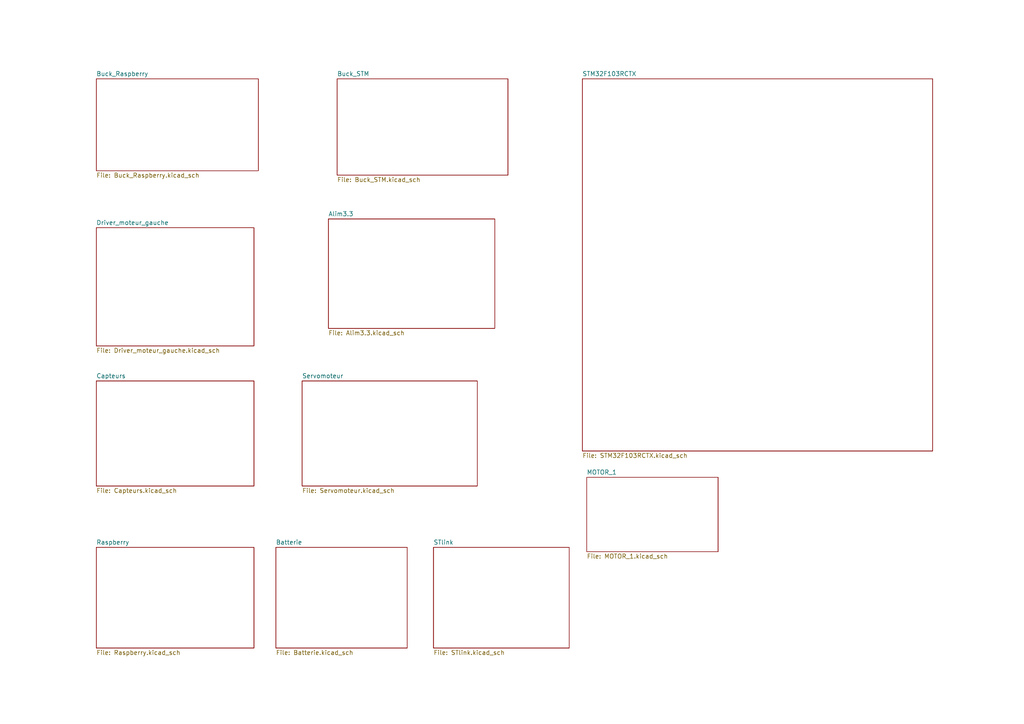
<source format=kicad_sch>
(kicad_sch (version 20211123) (generator eeschema)
  (paper "A4")
  (lib_symbols)
  (sheet (at 27.94 158.75) (size 45.72 29.21) (stroke (width 0.1524))
    (property "Sheet name" "Raspberry" (at 27.94 158.0384 0) (effects (justify left bottom)))
    (property "Sheet file" "Raspberry.kicad_sch" (at 27.94 188.5446 0) (effects (justify left top)))
  )
  (sheet (at 170.18 138.43) (size 38.1 21.59) (stroke (width 0.1524))
    (property "Sheet name" "MOTOR_1" (at 170.18 137.7184 0) (effects (justify left bottom)))
    (property "Sheet file" "MOTOR_1.kicad_sch" (at 170.18 160.6046 0) (effects (justify left top)))
  )
  (sheet (at 97.79 22.86) (size 49.53 27.94) (stroke (width 0.1524))
    (property "Sheet name" "Buck_STM" (at 97.79 22.1484 0) (effects (justify left bottom)))
    (property "Sheet file" "Buck_STM.kicad_sch" (at 97.79 51.3846 0) (effects (justify left top)))
  )
  (sheet (at 87.63 110.49) (size 50.8 30.48) (stroke (width 0.1524))
    (property "Sheet name" "Servomoteur" (at 87.63 109.7784 0) (effects (justify left bottom)))
    (property "Sheet file" "Servomoteur.kicad_sch" (at 87.63 141.5546 0) (effects (justify left top)))
  )
  (sheet (at 27.94 22.86) (size 46.99 26.67) (stroke (width 0.1524))
    (property "Sheet name" "Buck_Raspberry" (at 27.94 22.1484 0) (effects (justify left bottom)))
    (property "Sheet file" "Buck_Raspberry.kicad_sch" (at 27.94 50.1146 0) (effects (justify left top)))
  )
  (sheet (at 80.01 158.75) (size 38.1 29.21) (stroke (width 0.1524))
    (property "Sheet name" "Batterie" (at 80.01 158.0384 0) (effects (justify left bottom)))
    (property "Sheet file" "Batterie.kicad_sch" (at 80.01 188.5446 0) (effects (justify left top)))
  )
  (sheet (at 125.73 158.75) (size 39.37 29.21) (stroke (width 0.1524))
    (property "Sheet name" "STlink" (at 125.73 158.0384 0) (effects (justify left bottom)))
    (property "Sheet file" "STlink.kicad_sch" (at 125.73 188.5446 0) (effects (justify left top)))
  )
  (sheet (at 27.94 110.49) (size 45.72 30.48) (stroke (width 0.1524))
    (property "Sheet name" "Capteurs" (at 27.94 109.7784 0) (effects (justify left bottom)))
    (property "Sheet file" "Capteurs.kicad_sch" (at 27.94 141.5546 0) (effects (justify left top)))
  )
  (sheet (at 95.25 63.5) (size 48.26 31.75) (stroke (width 0.1524))
    (property "Sheet name" "Alim3.3" (at 95.25 62.7884 0) (effects (justify left bottom)))
    (property "Sheet file" "Alim3.3.kicad_sch" (at 95.25 95.8346 0) (effects (justify left top)))
  )
  (sheet (at 27.94 66.04) (size 45.72 34.29) (stroke (width 0.1524))
    (property "Sheet name" "Driver_moteur_gauche" (at 27.94 65.3284 0) (effects (justify left bottom)))
    (property "Sheet file" "Driver_moteur_gauche.kicad_sch" (at 27.94 100.9146 0) (effects (justify left top)))
  )
  (sheet (at 168.91 22.86) (size 101.6 107.95) (stroke (width 0.1524))
    (property "Sheet name" "STM32F103RCTX" (at 168.91 22.1484 0) (effects (justify left bottom)))
    (property "Sheet file" "STM32F103RCTX.kicad_sch" (at 168.91 131.3946 0) (effects (justify left top)))
  )
)
</source>
